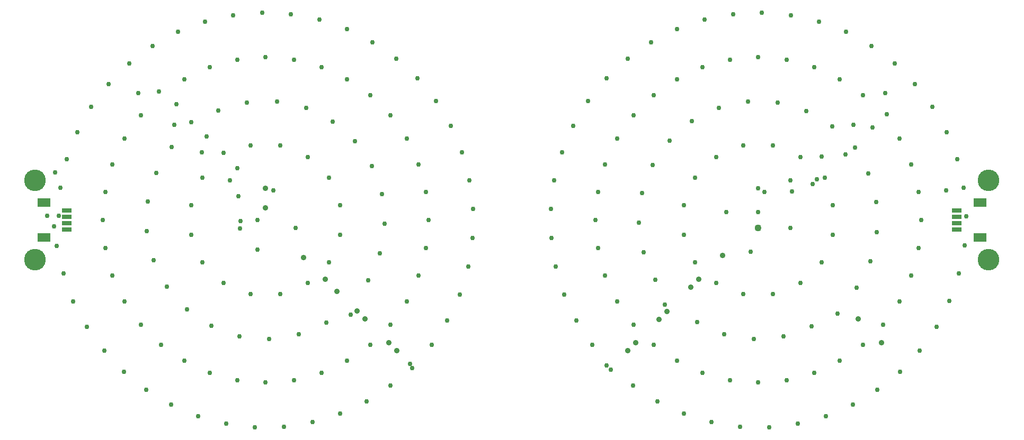
<source format=gbs>
G75*
%MOIN*%
%OFA0B0*%
%FSLAX25Y25*%
%IPPOS*%
%LPD*%
%AMOC8*
5,1,8,0,0,1.08239X$1,22.5*
%
%ADD10R,0.08474X0.05324*%
%ADD11R,0.05915X0.02962*%
%ADD12C,0.13600*%
%ADD13C,0.03000*%
%ADD14C,0.03500*%
%ADD15C,0.04362*%
D10*
X0058127Y0257909D03*
X0058127Y0279957D03*
X0647064Y0279957D03*
X0647064Y0257909D03*
D11*
X0632595Y0263028D03*
X0632595Y0266965D03*
X0632595Y0270902D03*
X0632595Y0274839D03*
X0072595Y0274839D03*
X0072595Y0270902D03*
X0072595Y0266965D03*
X0072595Y0263028D03*
D12*
X0052595Y0243933D03*
X0052595Y0293933D03*
X0652595Y0293933D03*
X0652595Y0243933D03*
D13*
X0172647Y0140585D03*
X0155027Y0145307D03*
X0138236Y0152434D03*
X0122600Y0161829D03*
X0108424Y0173309D03*
X0095983Y0186649D03*
X0085271Y0201592D03*
X0076489Y0217595D03*
X0070550Y0235092D03*
X0096652Y0251134D03*
X0101277Y0233876D03*
X0108828Y0217683D03*
X0119076Y0203047D03*
X0131709Y0190414D03*
X0146345Y0180165D03*
X0162538Y0172615D03*
X0179796Y0167990D03*
X0197595Y0166433D03*
X0215394Y0167990D03*
X0232652Y0172615D03*
X0248845Y0180165D03*
X0263481Y0190414D03*
X0276115Y0203047D03*
X0286363Y0217683D03*
X0311952Y0205544D03*
X0302017Y0190246D03*
X0288345Y0178183D03*
X0289799Y0175479D03*
X0276282Y0164511D03*
X0260984Y0154577D03*
X0244452Y0146867D03*
X0227007Y0141534D03*
X0208991Y0138681D03*
X0190752Y0138362D03*
X0199951Y0193970D03*
X0218519Y0196911D03*
X0235773Y0204377D03*
X0251128Y0209150D03*
X0262151Y0230755D03*
X0237298Y0242405D03*
X0224124Y0229230D03*
X0206911Y0222101D03*
X0188280Y0222101D03*
X0171067Y0229230D03*
X0157892Y0242405D03*
X0135564Y0226777D03*
X0147997Y0212675D03*
X0163546Y0202108D03*
X0181234Y0195739D03*
X0127029Y0243528D03*
X0122928Y0261875D03*
X0150763Y0259618D03*
X0150763Y0278249D03*
X0157892Y0295462D03*
X0175095Y0293933D03*
X0179845Y0301683D03*
X0171067Y0311136D03*
X0157595Y0311433D03*
X0160345Y0321433D03*
X0150627Y0330695D03*
X0140095Y0328933D03*
X0141345Y0341933D03*
X0130459Y0349953D03*
X0117595Y0348933D03*
X0098917Y0354713D03*
X0111815Y0367611D03*
X0126384Y0378589D03*
X0142338Y0387433D03*
X0159368Y0393970D03*
X0177141Y0398073D03*
X0195313Y0399663D03*
X0213530Y0398708D03*
X0231436Y0395228D03*
X0248683Y0389289D03*
X0264936Y0381008D03*
X0279879Y0370545D03*
X0293220Y0358104D03*
X0304699Y0343928D03*
X0314094Y0328292D03*
X0321222Y0311501D03*
X0325943Y0293881D03*
X0328166Y0275776D03*
X0300095Y0268933D03*
X0298538Y0286732D03*
X0293914Y0303990D03*
X0286363Y0320183D03*
X0276115Y0334819D03*
X0263481Y0347453D03*
X0248845Y0357701D03*
X0232652Y0365252D03*
X0215394Y0369876D03*
X0197595Y0371433D03*
X0179796Y0369876D03*
X0162538Y0365252D03*
X0146345Y0357701D03*
X0167809Y0337765D03*
X0185863Y0343010D03*
X0204653Y0343600D03*
X0223000Y0339499D03*
X0239751Y0330964D03*
X0253853Y0318531D03*
X0264421Y0302982D03*
X0270789Y0285294D03*
X0244428Y0278249D03*
X0237298Y0295462D03*
X0224124Y0308636D03*
X0206911Y0315766D03*
X0188280Y0315766D03*
X0202595Y0287683D03*
X0180595Y0283933D03*
X0181845Y0268183D03*
X0181595Y0263683D03*
X0192595Y0268933D03*
X0216345Y0263933D03*
X0192595Y0250183D03*
X0244428Y0259618D03*
X0269617Y0248009D03*
X0272558Y0266577D03*
X0298538Y0251134D03*
X0293914Y0233876D03*
X0319661Y0222076D03*
X0324994Y0239521D03*
X0327848Y0257537D03*
X0377343Y0257537D03*
X0380196Y0239521D03*
X0406652Y0251134D03*
X0411277Y0233876D03*
X0418828Y0217683D03*
X0429076Y0203047D03*
X0448693Y0215522D03*
X0468967Y0204646D03*
X0486169Y0197059D03*
X0504716Y0193988D03*
X0523445Y0195627D03*
X0541177Y0201872D03*
X0557550Y0210080D03*
X0569330Y0226345D03*
X0577982Y0243036D03*
X0603914Y0233876D03*
X0608538Y0251134D03*
X0582211Y0261354D03*
X0554428Y0259618D03*
X0554428Y0278249D03*
X0541845Y0291683D03*
X0544595Y0294433D03*
X0549548Y0295712D03*
X0527624Y0293886D03*
X0528845Y0286933D03*
X0511345Y0286433D03*
X0507595Y0288933D03*
X0507595Y0273933D03*
X0487595Y0273933D03*
X0460763Y0278249D03*
X0467892Y0295462D03*
X0481067Y0308636D03*
X0498280Y0315766D03*
X0516911Y0315766D03*
X0534124Y0308636D03*
X0547595Y0308933D03*
X0562595Y0310183D03*
X0568426Y0314486D03*
X0579595Y0327183D03*
X0567595Y0328933D03*
X0553976Y0327872D03*
X0537861Y0337555D03*
X0519845Y0342926D03*
X0501058Y0343648D03*
X0482683Y0339675D03*
X0465873Y0331257D03*
X0451684Y0318923D03*
X0441009Y0303448D03*
X0434517Y0285804D03*
X0406652Y0286732D03*
X0405095Y0268933D03*
X0377024Y0275776D03*
X0379247Y0293881D03*
X0383969Y0311501D03*
X0391096Y0328292D03*
X0400491Y0343928D03*
X0411971Y0358104D03*
X0425312Y0370545D03*
X0440254Y0381008D03*
X0456507Y0389289D03*
X0473755Y0395228D03*
X0491661Y0398708D03*
X0509877Y0399663D03*
X0528049Y0398073D03*
X0545823Y0393970D03*
X0562852Y0387433D03*
X0578807Y0378589D03*
X0593375Y0367611D03*
X0606273Y0354713D03*
X0587595Y0348933D03*
X0573481Y0347453D03*
X0558845Y0357701D03*
X0542652Y0365252D03*
X0525394Y0369876D03*
X0507595Y0371433D03*
X0489796Y0369876D03*
X0472538Y0365252D03*
X0456345Y0357701D03*
X0441709Y0347453D03*
X0429076Y0334819D03*
X0418828Y0320183D03*
X0411277Y0303990D03*
X0432618Y0267101D03*
X0435429Y0248512D03*
X0442775Y0231207D03*
X0467892Y0242405D03*
X0481067Y0229230D03*
X0498280Y0222101D03*
X0516911Y0222101D03*
X0534124Y0229230D03*
X0547298Y0242405D03*
X0527624Y0263886D03*
X0502624Y0248886D03*
X0460763Y0259618D03*
X0385530Y0222076D03*
X0393239Y0205544D03*
X0403174Y0190246D03*
X0412141Y0177229D03*
X0414845Y0174433D03*
X0428908Y0164511D03*
X0444206Y0154577D03*
X0460739Y0146867D03*
X0478183Y0141534D03*
X0496200Y0138681D03*
X0514438Y0138362D03*
X0532543Y0140585D03*
X0550163Y0145307D03*
X0566954Y0152434D03*
X0582590Y0161829D03*
X0596766Y0173309D03*
X0609207Y0186649D03*
X0619670Y0201592D03*
X0627951Y0217845D03*
X0633890Y0235092D03*
X0637371Y0252999D03*
X0638325Y0271215D03*
X0625845Y0287433D03*
X0636735Y0289387D03*
X0632632Y0307161D03*
X0626095Y0324190D03*
X0617251Y0340145D03*
X0588615Y0335569D03*
X0596363Y0320183D03*
X0603914Y0303990D03*
X0608538Y0286732D03*
X0610095Y0268933D03*
X0581752Y0280148D03*
X0576633Y0298238D03*
X0596363Y0217683D03*
X0586115Y0203047D03*
X0573481Y0190414D03*
X0558845Y0180165D03*
X0542652Y0172615D03*
X0525394Y0167990D03*
X0507595Y0166433D03*
X0489796Y0167990D03*
X0472538Y0172615D03*
X0456345Y0180165D03*
X0441709Y0190414D03*
X0138334Y0314901D03*
X0128764Y0298719D03*
X0123519Y0280666D03*
X0096652Y0286732D03*
X0095095Y0268933D03*
X0067615Y0271465D03*
X0064345Y0264933D03*
X0060095Y0271433D03*
X0066070Y0252749D03*
X0068455Y0289387D03*
X0065095Y0298933D03*
X0072558Y0307161D03*
X0079095Y0324190D03*
X0087939Y0340145D03*
X0119076Y0334819D03*
X0108828Y0320183D03*
X0101277Y0303990D03*
D14*
X0197595Y0288933D03*
X0197595Y0276433D03*
X0221345Y0245183D03*
X0235095Y0231433D03*
X0242595Y0223933D03*
X0255095Y0211433D03*
X0260095Y0206433D03*
X0275095Y0191433D03*
X0280095Y0186433D03*
X0425345Y0186683D03*
X0430345Y0191683D03*
X0445095Y0206183D03*
X0450095Y0211183D03*
X0465095Y0226433D03*
X0470095Y0231433D03*
X0485095Y0246433D03*
X0570345Y0206433D03*
X0585095Y0191433D03*
D15*
X0507595Y0263933D03*
M02*

</source>
